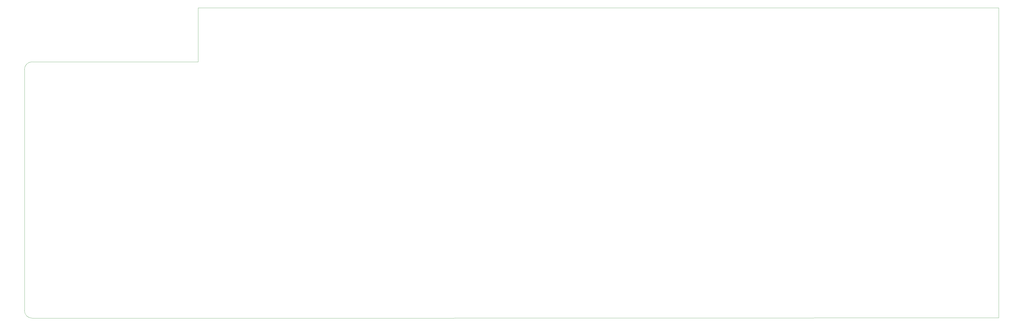
<source format=gbr>
%TF.GenerationSoftware,KiCad,Pcbnew,8.0.5*%
%TF.CreationDate,2025-01-01T22:16:47+09:00*%
%TF.ProjectId,Davinci-Keyboard,44617669-6e63-4692-9d4b-6579626f6172,rev?*%
%TF.SameCoordinates,Original*%
%TF.FileFunction,Profile,NP*%
%FSLAX46Y46*%
G04 Gerber Fmt 4.6, Leading zero omitted, Abs format (unit mm)*
G04 Created by KiCad (PCBNEW 8.0.5) date 2025-01-01 22:16:47*
%MOMM*%
%LPD*%
G01*
G04 APERTURE LIST*
%TA.AperFunction,Profile*%
%ADD10C,0.050000*%
%TD*%
G04 APERTURE END LIST*
D10*
X408940000Y-152654000D02*
X406527000Y-152654000D01*
X408940000Y-31750000D02*
X408940000Y-152654000D01*
X125756800Y-152839800D02*
X406527000Y-152654000D01*
X96520000Y-31750000D02*
X408940000Y-31750000D01*
X96520000Y-52840000D02*
X96520000Y-31750000D01*
X125756800Y-152839800D02*
X31757000Y-152839800D01*
X28757000Y-55840000D02*
G75*
G02*
X31757000Y-52840000I3000000J0D01*
G01*
X28757000Y-149839800D02*
X28757000Y-55840000D01*
X31757000Y-152839800D02*
G75*
G02*
X28757000Y-149839800I0J3000000D01*
G01*
X31757000Y-52840000D02*
X96520000Y-52840000D01*
M02*

</source>
